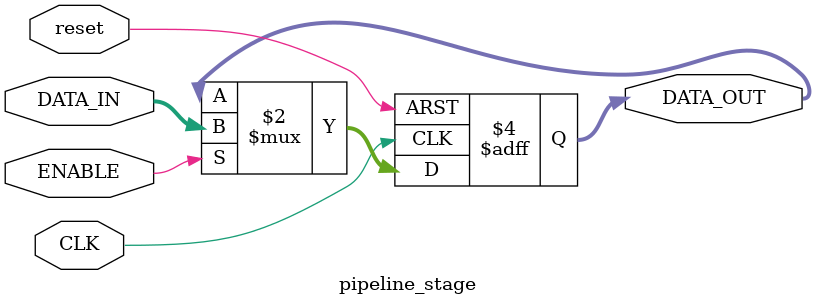
<source format=v>
    module pipeline_stage 
    #( 
        parameter WIDTH = 8,
        parameter reset_type = "ASYNC",
        parameter sel = 1
    )
    
    (
        input [WIDTH-1:0] DATA_IN,
        input CLK,
        input reset,
        input ENABLE,
        output reg [WIDTH-1:0] DATA_OUT
    );

    generate
        if (sel) 
            begin
                // Registering Data
                if (reset_type == "SYNC") 
                    begin
                            always @(posedge CLK) 
                            begin
                                if (reset)
                                    DATA_OUT <= {WIDTH{1'b0}};   
                                else if (ENABLE)
                                    DATA_OUT <= DATA_IN;
                            end
                    end 

                else if (reset_type == "ASYNC") 
                    begin
                        always @(posedge CLK or posedge reset) 
                        begin
                            if (reset)
                                DATA_OUT <= {WIDTH{1'b0}};   
                            else if (ENABLE)
                                    DATA_OUT <= DATA_IN;
                        end
                    end
            end 

        else 
            begin
                // Bypassing Data
                always @(*) 
                    begin
                        DATA_OUT = DATA_IN;
                    end
            end
    endgenerate

    endmodule










</source>
